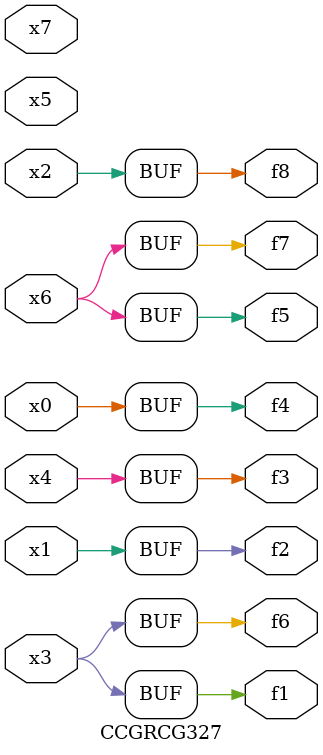
<source format=v>
module CCGRCG327(
	input x0, x1, x2, x3, x4, x5, x6, x7,
	output f1, f2, f3, f4, f5, f6, f7, f8
);
	assign f1 = x3;
	assign f2 = x1;
	assign f3 = x4;
	assign f4 = x0;
	assign f5 = x6;
	assign f6 = x3;
	assign f7 = x6;
	assign f8 = x2;
endmodule

</source>
